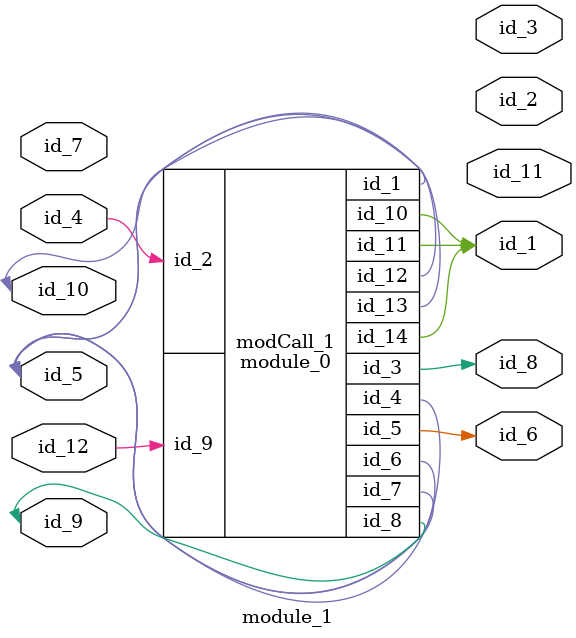
<source format=v>
module module_0 (
    id_1,
    id_2,
    id_3,
    id_4,
    id_5,
    id_6,
    id_7,
    id_8,
    id_9,
    id_10,
    id_11,
    id_12,
    id_13,
    id_14
);
  output wire id_14;
  output wire id_13;
  output wire id_12;
  output wire id_11;
  output wire id_10;
  input wire id_9;
  inout wire id_8;
  inout wire id_7;
  inout wire id_6;
  output wire id_5;
  output wire id_4;
  output wire id_3;
  input wire id_2;
  inout wire id_1;
  assign id_5 = id_9;
endmodule
module module_1 (
    id_1,
    id_2,
    id_3,
    id_4,
    id_5,
    id_6,
    id_7,
    id_8,
    id_9,
    id_10,
    id_11,
    id_12
);
  inout wire id_12;
  output wire id_11;
  inout wire id_10;
  inout wire id_9;
  module_0 modCall_1 (
      id_5,
      id_4,
      id_8,
      id_5,
      id_6,
      id_5,
      id_5,
      id_9,
      id_12,
      id_1,
      id_1,
      id_10,
      id_5,
      id_1
  );
  output wire id_8;
  input wire id_7;
  output wire id_6;
  inout wire id_5;
  inout wire id_4;
  output wire id_3;
  output wire id_2;
  output wire id_1;
endmodule

</source>
